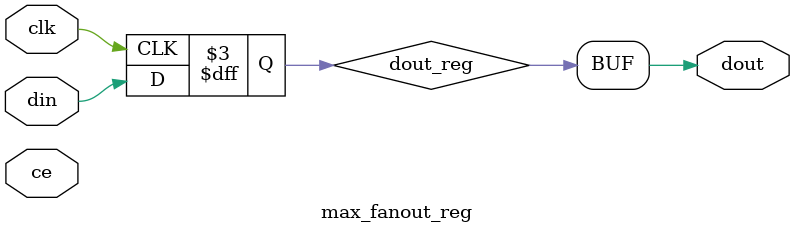
<source format=v>
module max_fanout_reg #(
    parameter MAXFANOUT = 1
    )(
    input clk,
    input ce,
    input din,
    output dout
    );

    (* max_fanout = MAXFANOUT *) reg dout_reg=0;
    
    always @(posedge clk) begin
        dout_reg <= din;
    end

    assign dout = dout_reg;

endmodule


</source>
